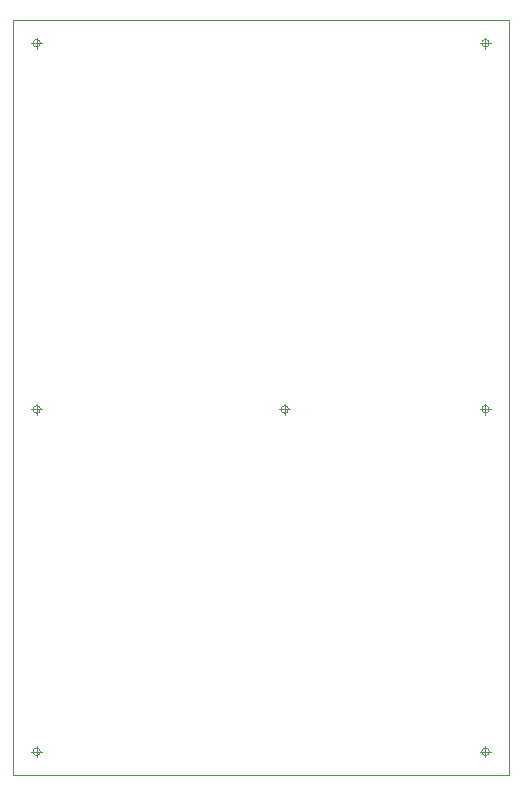
<source format=gm1>
G04 #@! TF.GenerationSoftware,KiCad,Pcbnew,(5.1.6-0-10_14)*
G04 #@! TF.CreationDate,2021-04-27T17:40:20+09:00*
G04 #@! TF.ProjectId,qPCR-panel_20210427,71504352-2d70-4616-9e65-6c5f32303231,rev?*
G04 #@! TF.SameCoordinates,Original*
G04 #@! TF.FileFunction,Profile,NP*
%FSLAX46Y46*%
G04 Gerber Fmt 4.6, Leading zero omitted, Abs format (unit mm)*
G04 Created by KiCad (PCBNEW (5.1.6-0-10_14)) date 2021-04-27 17:40:20*
%MOMM*%
%LPD*%
G01*
G04 APERTURE LIST*
G04 #@! TA.AperFunction,Profile*
%ADD10C,0.100000*%
G04 #@! TD*
G04 APERTURE END LIST*
D10*
X137000000Y-129000000D02*
X137000000Y-65000000D01*
X95000000Y-129000000D02*
X137000000Y-129000000D01*
X95000000Y-65000000D02*
X95000000Y-129000000D01*
X137000000Y-65000000D02*
X95000000Y-65000000D01*
X118316666Y-98000000D02*
G75*
G03*
X118316666Y-98000000I-316666J0D01*
G01*
X117525000Y-98000000D02*
X118475000Y-98000000D01*
X118000000Y-97525000D02*
X118000000Y-98475000D01*
X97316666Y-98000000D02*
G75*
G03*
X97316666Y-98000000I-316666J0D01*
G01*
X96525000Y-98000000D02*
X97475000Y-98000000D01*
X97000000Y-97525000D02*
X97000000Y-98475000D01*
X135316666Y-98000000D02*
G75*
G03*
X135316666Y-98000000I-316666J0D01*
G01*
X134525000Y-98000000D02*
X135475000Y-98000000D01*
X135000000Y-97525000D02*
X135000000Y-98475000D01*
X135316666Y-127000000D02*
G75*
G03*
X135316666Y-127000000I-316666J0D01*
G01*
X134525000Y-127000000D02*
X135475000Y-127000000D01*
X135000000Y-126525000D02*
X135000000Y-127475000D01*
X97316666Y-127000000D02*
G75*
G03*
X97316666Y-127000000I-316666J0D01*
G01*
X96525000Y-127000000D02*
X97475000Y-127000000D01*
X97000000Y-126525000D02*
X97000000Y-127475000D01*
X97316666Y-67000000D02*
G75*
G03*
X97316666Y-67000000I-316666J0D01*
G01*
X96525000Y-67000000D02*
X97475000Y-67000000D01*
X97000000Y-66525000D02*
X97000000Y-67475000D01*
X135316666Y-67000000D02*
G75*
G03*
X135316666Y-67000000I-316666J0D01*
G01*
X134525000Y-67000000D02*
X135475000Y-67000000D01*
X135000000Y-66525000D02*
X135000000Y-67475000D01*
M02*

</source>
